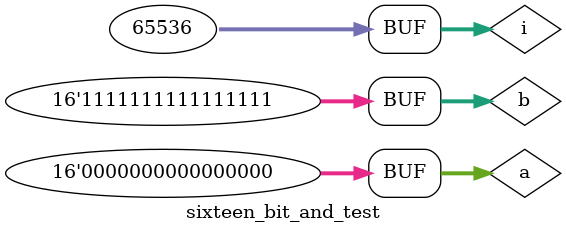
<source format=v>
module sixteen_bit_and_test;
reg [15:0] a, b;
wire [15:0] c;

sixteen_bit_and gate1 (a, b, c);

integer i;
initial begin
	for (i = 0; i < 65536; i = i + 1) 
		begin
			{a, b} = i;
			#20;
		end
	end
endmodule

</source>
